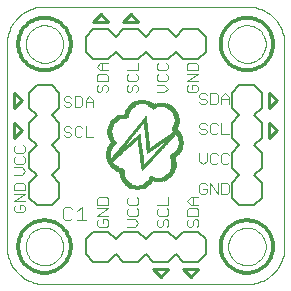
<source format=gto>
G75*
G70*
%OFA0B0*%
%FSLAX24Y24*%
%IPPOS*%
%LPD*%
%AMOC8*
5,1,8,0,0,1.08239X$1,22.5*
%
%ADD10C,0.0000*%
%ADD11C,0.0030*%
%ADD12C,0.0120*%
%ADD13R,0.0010X0.0130*%
%ADD14R,0.0010X0.0260*%
%ADD15R,0.0010X0.0330*%
%ADD16R,0.0010X0.0390*%
%ADD17R,0.0010X0.0450*%
%ADD18R,0.0010X0.0490*%
%ADD19R,0.0010X0.0530*%
%ADD20R,0.0010X0.0570*%
%ADD21R,0.0010X0.0610*%
%ADD22R,0.0010X0.0640*%
%ADD23R,0.0010X0.0670*%
%ADD24R,0.0010X0.0690*%
%ADD25R,0.0010X0.0730*%
%ADD26R,0.0010X0.0750*%
%ADD27R,0.0010X0.0770*%
%ADD28R,0.0010X0.0210*%
%ADD29R,0.0010X0.0320*%
%ADD30R,0.0010X0.0290*%
%ADD31R,0.0010X0.0370*%
%ADD32R,0.0010X0.0270*%
%ADD33R,0.0010X0.0420*%
%ADD34R,0.0010X0.0250*%
%ADD35R,0.0010X0.0460*%
%ADD36R,0.0010X0.0240*%
%ADD37R,0.0010X0.0520*%
%ADD38R,0.0010X0.0230*%
%ADD39R,0.0010X0.0550*%
%ADD40R,0.0010X0.0220*%
%ADD41R,0.0010X0.0800*%
%ADD42R,0.0010X0.0200*%
%ADD43R,0.0010X0.0190*%
%ADD44R,0.0010X0.0810*%
%ADD45R,0.0010X0.0280*%
%ADD46R,0.0010X0.0840*%
%ADD47R,0.0010X0.0360*%
%ADD48R,0.0010X0.0860*%
%ADD49R,0.0010X0.0880*%
%ADD50R,0.0010X0.0470*%
%ADD51R,0.0010X0.0350*%
%ADD52R,0.0010X0.0650*%
%ADD53R,0.0010X0.0310*%
%ADD54R,0.0010X0.0660*%
%ADD55R,0.0010X0.0410*%
%ADD56R,0.0010X0.0680*%
%ADD57R,0.0010X0.0700*%
%ADD58R,0.0010X0.0180*%
%ADD59R,0.0010X0.0170*%
%ADD60R,0.0010X0.0140*%
%ADD61R,0.0010X0.0110*%
%ADD62R,0.0010X0.0720*%
%ADD63R,0.0010X0.0090*%
%ADD64R,0.0010X0.0040*%
%ADD65R,0.0010X0.0160*%
%ADD66R,0.0010X0.0100*%
%ADD67R,0.0010X0.0050*%
%ADD68R,0.0010X0.0150*%
%ADD69R,0.0010X0.0120*%
%ADD70R,0.0010X0.0380*%
%ADD71R,0.0010X0.0590*%
%ADD72R,0.0010X0.0890*%
%ADD73R,0.0010X0.0970*%
%ADD74R,0.0010X0.0940*%
%ADD75R,0.0010X0.0740*%
%ADD76R,0.0010X0.0620*%
%ADD77R,0.0010X0.0510*%
%ADD78R,0.0010X0.0400*%
%ADD79R,0.0010X0.0500*%
%ADD80R,0.0010X0.0580*%
%ADD81R,0.0010X0.0760*%
%ADD82R,0.0010X0.0430*%
%ADD83R,0.0010X0.0340*%
%ADD84R,0.0010X0.0080*%
%ADD85R,0.0010X0.0440*%
%ADD86R,0.0010X0.0300*%
%ADD87R,0.0010X0.0980*%
%ADD88R,0.0010X0.1000*%
%ADD89R,0.0010X0.0630*%
%ADD90R,0.0010X0.0600*%
%ADD91R,0.0010X0.0560*%
%ADD92R,0.0010X0.0480*%
%ADD93C,0.0100*%
%ADD94C,0.0080*%
%ADD95C,0.0040*%
D10*
X000680Y001930D02*
X000680Y008680D01*
X000682Y008748D01*
X000687Y008815D01*
X000696Y008882D01*
X000709Y008949D01*
X000726Y009014D01*
X000745Y009079D01*
X000769Y009143D01*
X000796Y009205D01*
X000826Y009266D01*
X000859Y009324D01*
X000895Y009381D01*
X000935Y009436D01*
X000977Y009489D01*
X001023Y009540D01*
X001070Y009587D01*
X001121Y009633D01*
X001174Y009675D01*
X001229Y009715D01*
X001286Y009751D01*
X001344Y009784D01*
X001405Y009814D01*
X001467Y009841D01*
X001531Y009865D01*
X001596Y009884D01*
X001661Y009901D01*
X001728Y009914D01*
X001795Y009923D01*
X001862Y009928D01*
X001930Y009930D01*
X008680Y009930D01*
X008748Y009928D01*
X008815Y009923D01*
X008882Y009914D01*
X008949Y009901D01*
X009014Y009884D01*
X009079Y009865D01*
X009143Y009841D01*
X009205Y009814D01*
X009266Y009784D01*
X009324Y009751D01*
X009381Y009715D01*
X009436Y009675D01*
X009489Y009633D01*
X009540Y009587D01*
X009587Y009540D01*
X009633Y009489D01*
X009675Y009436D01*
X009715Y009381D01*
X009751Y009324D01*
X009784Y009266D01*
X009814Y009205D01*
X009841Y009143D01*
X009865Y009079D01*
X009884Y009014D01*
X009901Y008949D01*
X009914Y008882D01*
X009923Y008815D01*
X009928Y008748D01*
X009930Y008680D01*
X009930Y001930D01*
X009928Y001862D01*
X009923Y001795D01*
X009914Y001728D01*
X009901Y001661D01*
X009884Y001596D01*
X009865Y001531D01*
X009841Y001467D01*
X009814Y001405D01*
X009784Y001344D01*
X009751Y001286D01*
X009715Y001229D01*
X009675Y001174D01*
X009633Y001121D01*
X009587Y001070D01*
X009540Y001023D01*
X009489Y000977D01*
X009436Y000935D01*
X009381Y000895D01*
X009324Y000859D01*
X009266Y000826D01*
X009205Y000796D01*
X009143Y000769D01*
X009079Y000745D01*
X009014Y000726D01*
X008949Y000709D01*
X008882Y000696D01*
X008815Y000687D01*
X008748Y000682D01*
X008680Y000680D01*
X001930Y000680D01*
X001862Y000682D01*
X001795Y000687D01*
X001728Y000696D01*
X001661Y000709D01*
X001596Y000726D01*
X001531Y000745D01*
X001467Y000769D01*
X001405Y000796D01*
X001344Y000826D01*
X001286Y000859D01*
X001229Y000895D01*
X001174Y000935D01*
X001121Y000977D01*
X001070Y001023D01*
X001023Y001070D01*
X000977Y001121D01*
X000935Y001174D01*
X000895Y001229D01*
X000859Y001286D01*
X000826Y001344D01*
X000796Y001405D01*
X000769Y001467D01*
X000745Y001531D01*
X000726Y001596D01*
X000709Y001661D01*
X000696Y001728D01*
X000687Y001795D01*
X000682Y001862D01*
X000680Y001930D01*
X001305Y001930D02*
X001307Y001980D01*
X001313Y002029D01*
X001323Y002078D01*
X001336Y002125D01*
X001354Y002172D01*
X001375Y002217D01*
X001399Y002260D01*
X001427Y002301D01*
X001458Y002340D01*
X001492Y002376D01*
X001529Y002410D01*
X001569Y002440D01*
X001610Y002467D01*
X001654Y002491D01*
X001699Y002511D01*
X001746Y002527D01*
X001794Y002540D01*
X001843Y002549D01*
X001893Y002554D01*
X001942Y002555D01*
X001992Y002552D01*
X002041Y002545D01*
X002090Y002534D01*
X002137Y002520D01*
X002183Y002501D01*
X002228Y002479D01*
X002271Y002454D01*
X002311Y002425D01*
X002349Y002393D01*
X002385Y002359D01*
X002418Y002321D01*
X002447Y002281D01*
X002473Y002239D01*
X002496Y002195D01*
X002515Y002149D01*
X002531Y002102D01*
X002543Y002053D01*
X002551Y002004D01*
X002555Y001955D01*
X002555Y001905D01*
X002551Y001856D01*
X002543Y001807D01*
X002531Y001758D01*
X002515Y001711D01*
X002496Y001665D01*
X002473Y001621D01*
X002447Y001579D01*
X002418Y001539D01*
X002385Y001501D01*
X002349Y001467D01*
X002311Y001435D01*
X002271Y001406D01*
X002228Y001381D01*
X002183Y001359D01*
X002137Y001340D01*
X002090Y001326D01*
X002041Y001315D01*
X001992Y001308D01*
X001942Y001305D01*
X001893Y001306D01*
X001843Y001311D01*
X001794Y001320D01*
X001746Y001333D01*
X001699Y001349D01*
X001654Y001369D01*
X001610Y001393D01*
X001569Y001420D01*
X001529Y001450D01*
X001492Y001484D01*
X001458Y001520D01*
X001427Y001559D01*
X001399Y001600D01*
X001375Y001643D01*
X001354Y001688D01*
X001336Y001735D01*
X001323Y001782D01*
X001313Y001831D01*
X001307Y001880D01*
X001305Y001930D01*
X001305Y008680D02*
X001307Y008730D01*
X001313Y008779D01*
X001323Y008828D01*
X001336Y008875D01*
X001354Y008922D01*
X001375Y008967D01*
X001399Y009010D01*
X001427Y009051D01*
X001458Y009090D01*
X001492Y009126D01*
X001529Y009160D01*
X001569Y009190D01*
X001610Y009217D01*
X001654Y009241D01*
X001699Y009261D01*
X001746Y009277D01*
X001794Y009290D01*
X001843Y009299D01*
X001893Y009304D01*
X001942Y009305D01*
X001992Y009302D01*
X002041Y009295D01*
X002090Y009284D01*
X002137Y009270D01*
X002183Y009251D01*
X002228Y009229D01*
X002271Y009204D01*
X002311Y009175D01*
X002349Y009143D01*
X002385Y009109D01*
X002418Y009071D01*
X002447Y009031D01*
X002473Y008989D01*
X002496Y008945D01*
X002515Y008899D01*
X002531Y008852D01*
X002543Y008803D01*
X002551Y008754D01*
X002555Y008705D01*
X002555Y008655D01*
X002551Y008606D01*
X002543Y008557D01*
X002531Y008508D01*
X002515Y008461D01*
X002496Y008415D01*
X002473Y008371D01*
X002447Y008329D01*
X002418Y008289D01*
X002385Y008251D01*
X002349Y008217D01*
X002311Y008185D01*
X002271Y008156D01*
X002228Y008131D01*
X002183Y008109D01*
X002137Y008090D01*
X002090Y008076D01*
X002041Y008065D01*
X001992Y008058D01*
X001942Y008055D01*
X001893Y008056D01*
X001843Y008061D01*
X001794Y008070D01*
X001746Y008083D01*
X001699Y008099D01*
X001654Y008119D01*
X001610Y008143D01*
X001569Y008170D01*
X001529Y008200D01*
X001492Y008234D01*
X001458Y008270D01*
X001427Y008309D01*
X001399Y008350D01*
X001375Y008393D01*
X001354Y008438D01*
X001336Y008485D01*
X001323Y008532D01*
X001313Y008581D01*
X001307Y008630D01*
X001305Y008680D01*
X008055Y008680D02*
X008057Y008730D01*
X008063Y008779D01*
X008073Y008828D01*
X008086Y008875D01*
X008104Y008922D01*
X008125Y008967D01*
X008149Y009010D01*
X008177Y009051D01*
X008208Y009090D01*
X008242Y009126D01*
X008279Y009160D01*
X008319Y009190D01*
X008360Y009217D01*
X008404Y009241D01*
X008449Y009261D01*
X008496Y009277D01*
X008544Y009290D01*
X008593Y009299D01*
X008643Y009304D01*
X008692Y009305D01*
X008742Y009302D01*
X008791Y009295D01*
X008840Y009284D01*
X008887Y009270D01*
X008933Y009251D01*
X008978Y009229D01*
X009021Y009204D01*
X009061Y009175D01*
X009099Y009143D01*
X009135Y009109D01*
X009168Y009071D01*
X009197Y009031D01*
X009223Y008989D01*
X009246Y008945D01*
X009265Y008899D01*
X009281Y008852D01*
X009293Y008803D01*
X009301Y008754D01*
X009305Y008705D01*
X009305Y008655D01*
X009301Y008606D01*
X009293Y008557D01*
X009281Y008508D01*
X009265Y008461D01*
X009246Y008415D01*
X009223Y008371D01*
X009197Y008329D01*
X009168Y008289D01*
X009135Y008251D01*
X009099Y008217D01*
X009061Y008185D01*
X009021Y008156D01*
X008978Y008131D01*
X008933Y008109D01*
X008887Y008090D01*
X008840Y008076D01*
X008791Y008065D01*
X008742Y008058D01*
X008692Y008055D01*
X008643Y008056D01*
X008593Y008061D01*
X008544Y008070D01*
X008496Y008083D01*
X008449Y008099D01*
X008404Y008119D01*
X008360Y008143D01*
X008319Y008170D01*
X008279Y008200D01*
X008242Y008234D01*
X008208Y008270D01*
X008177Y008309D01*
X008149Y008350D01*
X008125Y008393D01*
X008104Y008438D01*
X008086Y008485D01*
X008073Y008532D01*
X008063Y008581D01*
X008057Y008630D01*
X008055Y008680D01*
X008055Y001930D02*
X008057Y001980D01*
X008063Y002029D01*
X008073Y002078D01*
X008086Y002125D01*
X008104Y002172D01*
X008125Y002217D01*
X008149Y002260D01*
X008177Y002301D01*
X008208Y002340D01*
X008242Y002376D01*
X008279Y002410D01*
X008319Y002440D01*
X008360Y002467D01*
X008404Y002491D01*
X008449Y002511D01*
X008496Y002527D01*
X008544Y002540D01*
X008593Y002549D01*
X008643Y002554D01*
X008692Y002555D01*
X008742Y002552D01*
X008791Y002545D01*
X008840Y002534D01*
X008887Y002520D01*
X008933Y002501D01*
X008978Y002479D01*
X009021Y002454D01*
X009061Y002425D01*
X009099Y002393D01*
X009135Y002359D01*
X009168Y002321D01*
X009197Y002281D01*
X009223Y002239D01*
X009246Y002195D01*
X009265Y002149D01*
X009281Y002102D01*
X009293Y002053D01*
X009301Y002004D01*
X009305Y001955D01*
X009305Y001905D01*
X009301Y001856D01*
X009293Y001807D01*
X009281Y001758D01*
X009265Y001711D01*
X009246Y001665D01*
X009223Y001621D01*
X009197Y001579D01*
X009168Y001539D01*
X009135Y001501D01*
X009099Y001467D01*
X009061Y001435D01*
X009021Y001406D01*
X008978Y001381D01*
X008933Y001359D01*
X008887Y001340D01*
X008840Y001326D01*
X008791Y001315D01*
X008742Y001308D01*
X008692Y001305D01*
X008643Y001306D01*
X008593Y001311D01*
X008544Y001320D01*
X008496Y001333D01*
X008449Y001349D01*
X008404Y001369D01*
X008360Y001393D01*
X008319Y001420D01*
X008279Y001450D01*
X008242Y001484D01*
X008208Y001520D01*
X008177Y001559D01*
X008149Y001600D01*
X008125Y001643D01*
X008104Y001688D01*
X008086Y001735D01*
X008073Y001782D01*
X008063Y001831D01*
X008057Y001880D01*
X008055Y001930D01*
D11*
X007065Y002652D02*
X007003Y002590D01*
X007065Y002652D02*
X007065Y002775D01*
X007003Y002837D01*
X006942Y002837D01*
X006880Y002775D01*
X006880Y002652D01*
X006818Y002590D01*
X006756Y002590D01*
X006695Y002652D01*
X006695Y002775D01*
X006756Y002837D01*
X006695Y002958D02*
X006695Y003144D01*
X006756Y003205D01*
X007003Y003205D01*
X007065Y003144D01*
X007065Y002958D01*
X006695Y002958D01*
X006818Y003327D02*
X006695Y003450D01*
X006818Y003574D01*
X007065Y003574D01*
X007152Y003670D02*
X007275Y003670D01*
X007337Y003732D01*
X007337Y003855D01*
X007213Y003855D01*
X007090Y003732D02*
X007152Y003670D01*
X007090Y003732D02*
X007090Y003979D01*
X007152Y004040D01*
X007275Y004040D01*
X007337Y003979D01*
X007458Y004040D02*
X007705Y003670D01*
X007705Y004040D01*
X007827Y004040D02*
X008012Y004040D01*
X008074Y003979D01*
X008074Y003732D01*
X008012Y003670D01*
X007827Y003670D01*
X007827Y004040D01*
X007458Y004040D02*
X007458Y003670D01*
X007065Y003327D02*
X006818Y003327D01*
X006880Y003327D02*
X006880Y003574D01*
X006065Y003574D02*
X006065Y003327D01*
X005695Y003327D01*
X005756Y003205D02*
X005695Y003144D01*
X005695Y003020D01*
X005756Y002958D01*
X006003Y002958D01*
X006065Y003020D01*
X006065Y003144D01*
X006003Y003205D01*
X006003Y002837D02*
X005942Y002837D01*
X005880Y002775D01*
X005880Y002652D01*
X005818Y002590D01*
X005756Y002590D01*
X005695Y002652D01*
X005695Y002775D01*
X005756Y002837D01*
X006003Y002837D02*
X006065Y002775D01*
X006065Y002652D01*
X006003Y002590D01*
X005065Y002713D02*
X004942Y002837D01*
X004695Y002837D01*
X004756Y002958D02*
X005003Y002958D01*
X005065Y003020D01*
X005065Y003144D01*
X005003Y003205D01*
X005003Y003327D02*
X005065Y003388D01*
X005065Y003512D01*
X005003Y003574D01*
X005003Y003327D02*
X004756Y003327D01*
X004695Y003388D01*
X004695Y003512D01*
X004756Y003574D01*
X004756Y003205D02*
X004695Y003144D01*
X004695Y003020D01*
X004756Y002958D01*
X004695Y002590D02*
X004942Y002590D01*
X005065Y002713D01*
X004065Y002652D02*
X004065Y002775D01*
X004003Y002837D01*
X003880Y002837D01*
X003880Y002713D01*
X004003Y002590D02*
X003756Y002590D01*
X003695Y002652D01*
X003695Y002775D01*
X003756Y002837D01*
X003695Y002958D02*
X004065Y003205D01*
X003695Y003205D01*
X003695Y003327D02*
X003695Y003512D01*
X003756Y003574D01*
X004003Y003574D01*
X004065Y003512D01*
X004065Y003327D01*
X003695Y003327D01*
X003695Y002958D02*
X004065Y002958D01*
X004065Y002652D02*
X004003Y002590D01*
X001290Y003132D02*
X001290Y003255D01*
X001228Y003317D01*
X001105Y003317D01*
X001105Y003193D01*
X000981Y003317D02*
X000920Y003255D01*
X000920Y003132D01*
X000981Y003070D01*
X001228Y003070D01*
X001290Y003132D01*
X001290Y003438D02*
X000920Y003438D01*
X001290Y003685D01*
X000920Y003685D01*
X000920Y003807D02*
X000920Y003992D01*
X000981Y004054D01*
X001228Y004054D01*
X001290Y003992D01*
X001290Y003807D01*
X000920Y003807D01*
X000920Y004320D02*
X001167Y004320D01*
X001290Y004443D01*
X001167Y004567D01*
X000920Y004567D01*
X000981Y004688D02*
X000920Y004750D01*
X000920Y004873D01*
X000981Y004935D01*
X000981Y005057D02*
X001228Y005057D01*
X001290Y005118D01*
X001290Y005242D01*
X001228Y005304D01*
X000981Y005304D02*
X000920Y005242D01*
X000920Y005118D01*
X000981Y005057D01*
X001228Y004935D02*
X001290Y004873D01*
X001290Y004750D01*
X001228Y004688D01*
X000981Y004688D01*
X002570Y005632D02*
X002632Y005570D01*
X002755Y005570D01*
X002817Y005632D01*
X002817Y005693D01*
X002755Y005755D01*
X002632Y005755D01*
X002570Y005817D01*
X002570Y005879D01*
X002632Y005940D01*
X002755Y005940D01*
X002817Y005879D01*
X002938Y005879D02*
X002938Y005632D01*
X003000Y005570D01*
X003123Y005570D01*
X003185Y005632D01*
X003307Y005570D02*
X003554Y005570D01*
X003307Y005570D02*
X003307Y005940D01*
X003185Y005879D02*
X003123Y005940D01*
X003000Y005940D01*
X002938Y005879D01*
X002938Y006570D02*
X003123Y006570D01*
X003185Y006632D01*
X003185Y006879D01*
X003123Y006940D01*
X002938Y006940D01*
X002938Y006570D01*
X002817Y006632D02*
X002755Y006570D01*
X002632Y006570D01*
X002570Y006632D01*
X002632Y006755D02*
X002755Y006755D01*
X002817Y006693D01*
X002817Y006632D01*
X002632Y006755D02*
X002570Y006817D01*
X002570Y006879D01*
X002632Y006940D01*
X002755Y006940D01*
X002817Y006879D01*
X003307Y006817D02*
X003307Y006570D01*
X003307Y006755D02*
X003554Y006755D01*
X003554Y006817D02*
X003554Y006570D01*
X003554Y006817D02*
X003430Y006940D01*
X003307Y006817D01*
X003670Y007132D02*
X003731Y007070D01*
X003793Y007070D01*
X003855Y007132D01*
X003855Y007255D01*
X003917Y007317D01*
X003978Y007317D01*
X004040Y007255D01*
X004040Y007132D01*
X003978Y007070D01*
X003731Y007317D02*
X003670Y007255D01*
X003670Y007132D01*
X003670Y007438D02*
X003670Y007623D01*
X003731Y007685D01*
X003978Y007685D01*
X004040Y007623D01*
X004040Y007438D01*
X003670Y007438D01*
X003793Y007807D02*
X003670Y007930D01*
X003793Y008054D01*
X004040Y008054D01*
X003855Y008054D02*
X003855Y007807D01*
X003793Y007807D02*
X004040Y007807D01*
X004670Y007807D02*
X005040Y007807D01*
X005040Y008054D01*
X004978Y007685D02*
X005040Y007623D01*
X005040Y007500D01*
X004978Y007438D01*
X004731Y007438D01*
X004670Y007500D01*
X004670Y007623D01*
X004731Y007685D01*
X004731Y007317D02*
X004670Y007255D01*
X004670Y007132D01*
X004731Y007070D01*
X004793Y007070D01*
X004855Y007132D01*
X004855Y007255D01*
X004917Y007317D01*
X004978Y007317D01*
X005040Y007255D01*
X005040Y007132D01*
X004978Y007070D01*
X005670Y007070D02*
X005917Y007070D01*
X006040Y007193D01*
X005917Y007317D01*
X005670Y007317D01*
X005731Y007438D02*
X005670Y007500D01*
X005670Y007623D01*
X005731Y007685D01*
X005731Y007807D02*
X005978Y007807D01*
X006040Y007868D01*
X006040Y007992D01*
X005978Y008054D01*
X005731Y008054D02*
X005670Y007992D01*
X005670Y007868D01*
X005731Y007807D01*
X005978Y007685D02*
X006040Y007623D01*
X006040Y007500D01*
X005978Y007438D01*
X005731Y007438D01*
X006670Y007438D02*
X007040Y007685D01*
X006670Y007685D01*
X006670Y007807D02*
X006670Y007992D01*
X006731Y008054D01*
X006978Y008054D01*
X007040Y007992D01*
X007040Y007807D01*
X006670Y007807D01*
X006670Y007438D02*
X007040Y007438D01*
X006978Y007317D02*
X006855Y007317D01*
X006855Y007193D01*
X006978Y007070D02*
X006731Y007070D01*
X006670Y007132D01*
X006670Y007255D01*
X006731Y007317D01*
X006978Y007317D02*
X007040Y007255D01*
X007040Y007132D01*
X006978Y007070D01*
X007090Y006979D02*
X007090Y006917D01*
X007152Y006855D01*
X007275Y006855D01*
X007337Y006793D01*
X007337Y006732D01*
X007275Y006670D01*
X007152Y006670D01*
X007090Y006732D01*
X007090Y006979D02*
X007152Y007040D01*
X007275Y007040D01*
X007337Y006979D01*
X007458Y007040D02*
X007644Y007040D01*
X007705Y006979D01*
X007705Y006732D01*
X007644Y006670D01*
X007458Y006670D01*
X007458Y007040D01*
X007827Y006917D02*
X007950Y007040D01*
X008074Y006917D01*
X008074Y006670D01*
X008074Y006855D02*
X007827Y006855D01*
X007827Y006917D02*
X007827Y006670D01*
X007827Y006040D02*
X007827Y005670D01*
X008074Y005670D01*
X007705Y005732D02*
X007644Y005670D01*
X007520Y005670D01*
X007458Y005732D01*
X007458Y005979D01*
X007520Y006040D01*
X007644Y006040D01*
X007705Y005979D01*
X007337Y005979D02*
X007275Y006040D01*
X007152Y006040D01*
X007090Y005979D01*
X007090Y005917D01*
X007152Y005855D01*
X007275Y005855D01*
X007337Y005793D01*
X007337Y005732D01*
X007275Y005670D01*
X007152Y005670D01*
X007090Y005732D01*
X007090Y005040D02*
X007090Y004793D01*
X007213Y004670D01*
X007337Y004793D01*
X007337Y005040D01*
X007458Y004979D02*
X007458Y004732D01*
X007520Y004670D01*
X007644Y004670D01*
X007705Y004732D01*
X007827Y004732D02*
X007888Y004670D01*
X008012Y004670D01*
X008074Y004732D01*
X008074Y004979D02*
X008012Y005040D01*
X007888Y005040D01*
X007827Y004979D01*
X007827Y004732D01*
X007705Y004979D02*
X007644Y005040D01*
X007520Y005040D01*
X007458Y004979D01*
D12*
X008680Y002805D02*
X008622Y002803D01*
X008563Y002797D01*
X008506Y002787D01*
X008449Y002774D01*
X008393Y002757D01*
X008338Y002736D01*
X008285Y002711D01*
X008234Y002683D01*
X008185Y002651D01*
X008138Y002617D01*
X008093Y002579D01*
X008051Y002538D01*
X008012Y002495D01*
X007976Y002449D01*
X007942Y002401D01*
X007913Y002351D01*
X007886Y002298D01*
X007863Y002244D01*
X007844Y002189D01*
X007829Y002133D01*
X007817Y002076D01*
X007809Y002018D01*
X007805Y001959D01*
X007805Y001901D01*
X007809Y001842D01*
X007817Y001784D01*
X007829Y001727D01*
X007844Y001671D01*
X007863Y001616D01*
X007886Y001562D01*
X007913Y001509D01*
X007942Y001459D01*
X007976Y001411D01*
X008012Y001365D01*
X008051Y001322D01*
X008093Y001281D01*
X008138Y001243D01*
X008185Y001209D01*
X008234Y001177D01*
X008285Y001149D01*
X008338Y001124D01*
X008393Y001103D01*
X008449Y001086D01*
X008506Y001073D01*
X008563Y001063D01*
X008622Y001057D01*
X008680Y001055D01*
X008738Y001057D01*
X008797Y001063D01*
X008854Y001073D01*
X008911Y001086D01*
X008967Y001103D01*
X009022Y001124D01*
X009075Y001149D01*
X009126Y001177D01*
X009175Y001209D01*
X009222Y001243D01*
X009267Y001281D01*
X009309Y001322D01*
X009348Y001365D01*
X009384Y001411D01*
X009418Y001459D01*
X009447Y001509D01*
X009474Y001562D01*
X009497Y001616D01*
X009516Y001671D01*
X009531Y001727D01*
X009543Y001784D01*
X009551Y001842D01*
X009555Y001901D01*
X009555Y001959D01*
X009551Y002018D01*
X009543Y002076D01*
X009531Y002133D01*
X009516Y002189D01*
X009497Y002244D01*
X009474Y002298D01*
X009447Y002351D01*
X009418Y002401D01*
X009384Y002449D01*
X009348Y002495D01*
X009309Y002538D01*
X009267Y002579D01*
X009222Y002617D01*
X009175Y002651D01*
X009126Y002683D01*
X009075Y002711D01*
X009022Y002736D01*
X008967Y002757D01*
X008911Y002774D01*
X008854Y002787D01*
X008797Y002797D01*
X008738Y002803D01*
X008680Y002805D01*
X008680Y007805D02*
X008622Y007807D01*
X008563Y007813D01*
X008506Y007823D01*
X008449Y007836D01*
X008393Y007853D01*
X008338Y007874D01*
X008285Y007899D01*
X008234Y007927D01*
X008185Y007959D01*
X008138Y007993D01*
X008093Y008031D01*
X008051Y008072D01*
X008012Y008115D01*
X007976Y008161D01*
X007942Y008209D01*
X007913Y008259D01*
X007886Y008312D01*
X007863Y008366D01*
X007844Y008421D01*
X007829Y008477D01*
X007817Y008534D01*
X007809Y008592D01*
X007805Y008651D01*
X007805Y008709D01*
X007809Y008768D01*
X007817Y008826D01*
X007829Y008883D01*
X007844Y008939D01*
X007863Y008994D01*
X007886Y009048D01*
X007913Y009101D01*
X007942Y009151D01*
X007976Y009199D01*
X008012Y009245D01*
X008051Y009288D01*
X008093Y009329D01*
X008138Y009367D01*
X008185Y009401D01*
X008234Y009433D01*
X008285Y009461D01*
X008338Y009486D01*
X008393Y009507D01*
X008449Y009524D01*
X008506Y009537D01*
X008563Y009547D01*
X008622Y009553D01*
X008680Y009555D01*
X008738Y009553D01*
X008797Y009547D01*
X008854Y009537D01*
X008911Y009524D01*
X008967Y009507D01*
X009022Y009486D01*
X009075Y009461D01*
X009126Y009433D01*
X009175Y009401D01*
X009222Y009367D01*
X009267Y009329D01*
X009309Y009288D01*
X009348Y009245D01*
X009384Y009199D01*
X009418Y009151D01*
X009447Y009101D01*
X009474Y009048D01*
X009497Y008994D01*
X009516Y008939D01*
X009531Y008883D01*
X009543Y008826D01*
X009551Y008768D01*
X009555Y008709D01*
X009555Y008651D01*
X009551Y008592D01*
X009543Y008534D01*
X009531Y008477D01*
X009516Y008421D01*
X009497Y008366D01*
X009474Y008312D01*
X009447Y008259D01*
X009418Y008209D01*
X009384Y008161D01*
X009348Y008115D01*
X009309Y008072D01*
X009267Y008031D01*
X009222Y007993D01*
X009175Y007959D01*
X009126Y007927D01*
X009075Y007899D01*
X009022Y007874D01*
X008967Y007853D01*
X008911Y007836D01*
X008854Y007823D01*
X008797Y007813D01*
X008738Y007807D01*
X008680Y007805D01*
X001930Y007805D02*
X001872Y007807D01*
X001813Y007813D01*
X001756Y007823D01*
X001699Y007836D01*
X001643Y007853D01*
X001588Y007874D01*
X001535Y007899D01*
X001484Y007927D01*
X001435Y007959D01*
X001388Y007993D01*
X001343Y008031D01*
X001301Y008072D01*
X001262Y008115D01*
X001226Y008161D01*
X001192Y008209D01*
X001163Y008259D01*
X001136Y008312D01*
X001113Y008366D01*
X001094Y008421D01*
X001079Y008477D01*
X001067Y008534D01*
X001059Y008592D01*
X001055Y008651D01*
X001055Y008709D01*
X001059Y008768D01*
X001067Y008826D01*
X001079Y008883D01*
X001094Y008939D01*
X001113Y008994D01*
X001136Y009048D01*
X001163Y009101D01*
X001192Y009151D01*
X001226Y009199D01*
X001262Y009245D01*
X001301Y009288D01*
X001343Y009329D01*
X001388Y009367D01*
X001435Y009401D01*
X001484Y009433D01*
X001535Y009461D01*
X001588Y009486D01*
X001643Y009507D01*
X001699Y009524D01*
X001756Y009537D01*
X001813Y009547D01*
X001872Y009553D01*
X001930Y009555D01*
X001988Y009553D01*
X002047Y009547D01*
X002104Y009537D01*
X002161Y009524D01*
X002217Y009507D01*
X002272Y009486D01*
X002325Y009461D01*
X002376Y009433D01*
X002425Y009401D01*
X002472Y009367D01*
X002517Y009329D01*
X002559Y009288D01*
X002598Y009245D01*
X002634Y009199D01*
X002668Y009151D01*
X002697Y009101D01*
X002724Y009048D01*
X002747Y008994D01*
X002766Y008939D01*
X002781Y008883D01*
X002793Y008826D01*
X002801Y008768D01*
X002805Y008709D01*
X002805Y008651D01*
X002801Y008592D01*
X002793Y008534D01*
X002781Y008477D01*
X002766Y008421D01*
X002747Y008366D01*
X002724Y008312D01*
X002697Y008259D01*
X002668Y008209D01*
X002634Y008161D01*
X002598Y008115D01*
X002559Y008072D01*
X002517Y008031D01*
X002472Y007993D01*
X002425Y007959D01*
X002376Y007927D01*
X002325Y007899D01*
X002272Y007874D01*
X002217Y007853D01*
X002161Y007836D01*
X002104Y007823D01*
X002047Y007813D01*
X001988Y007807D01*
X001930Y007805D01*
X001930Y002805D02*
X001872Y002803D01*
X001813Y002797D01*
X001756Y002787D01*
X001699Y002774D01*
X001643Y002757D01*
X001588Y002736D01*
X001535Y002711D01*
X001484Y002683D01*
X001435Y002651D01*
X001388Y002617D01*
X001343Y002579D01*
X001301Y002538D01*
X001262Y002495D01*
X001226Y002449D01*
X001192Y002401D01*
X001163Y002351D01*
X001136Y002298D01*
X001113Y002244D01*
X001094Y002189D01*
X001079Y002133D01*
X001067Y002076D01*
X001059Y002018D01*
X001055Y001959D01*
X001055Y001901D01*
X001059Y001842D01*
X001067Y001784D01*
X001079Y001727D01*
X001094Y001671D01*
X001113Y001616D01*
X001136Y001562D01*
X001163Y001509D01*
X001192Y001459D01*
X001226Y001411D01*
X001262Y001365D01*
X001301Y001322D01*
X001343Y001281D01*
X001388Y001243D01*
X001435Y001209D01*
X001484Y001177D01*
X001535Y001149D01*
X001588Y001124D01*
X001643Y001103D01*
X001699Y001086D01*
X001756Y001073D01*
X001813Y001063D01*
X001872Y001057D01*
X001930Y001055D01*
X001988Y001057D01*
X002047Y001063D01*
X002104Y001073D01*
X002161Y001086D01*
X002217Y001103D01*
X002272Y001124D01*
X002325Y001149D01*
X002376Y001177D01*
X002425Y001209D01*
X002472Y001243D01*
X002517Y001281D01*
X002559Y001322D01*
X002598Y001365D01*
X002634Y001411D01*
X002668Y001459D01*
X002697Y001509D01*
X002724Y001562D01*
X002747Y001616D01*
X002766Y001671D01*
X002781Y001727D01*
X002793Y001784D01*
X002801Y001842D01*
X002805Y001901D01*
X002805Y001959D01*
X002801Y002018D01*
X002793Y002076D01*
X002781Y002133D01*
X002766Y002189D01*
X002747Y002244D01*
X002724Y002298D01*
X002697Y002351D01*
X002668Y002401D01*
X002634Y002449D01*
X002598Y002495D01*
X002559Y002538D01*
X002517Y002579D01*
X002472Y002617D01*
X002425Y002651D01*
X002376Y002683D01*
X002325Y002711D01*
X002272Y002736D01*
X002217Y002757D01*
X002161Y002774D01*
X002104Y002787D01*
X002047Y002797D01*
X001988Y002803D01*
X001930Y002805D01*
D13*
X004625Y005175D03*
X004655Y005195D03*
X004665Y005205D03*
X004675Y005215D03*
X004685Y005225D03*
X004695Y005235D03*
X004705Y005245D03*
X004745Y005275D03*
X004755Y005285D03*
X004765Y005295D03*
X004775Y005305D03*
X004785Y005315D03*
X004795Y005325D03*
X004825Y005345D03*
X004835Y005355D03*
X004845Y005365D03*
X004855Y005375D03*
X004865Y005385D03*
X004875Y005395D03*
X004915Y005425D03*
X004925Y005435D03*
X004935Y005445D03*
X004945Y005455D03*
X004955Y005465D03*
X004995Y005495D03*
X005005Y005505D03*
X005015Y005515D03*
X005025Y005525D03*
X005035Y005535D03*
X005045Y005545D03*
X005485Y005155D03*
X005585Y005225D03*
X005615Y005245D03*
X005745Y005335D03*
X005775Y005355D03*
X005875Y005425D03*
X005905Y005445D03*
X006155Y004915D03*
X006575Y005395D03*
D14*
X006565Y005400D03*
X006395Y005700D03*
X006045Y005470D03*
X006265Y006420D03*
X004785Y006510D03*
X004235Y006050D03*
X004525Y005150D03*
X004515Y005140D03*
X004505Y005130D03*
X004495Y005120D03*
X004485Y005110D03*
X004025Y004990D03*
X006165Y004380D03*
D15*
X006425Y005165D03*
X006555Y005395D03*
X004765Y006455D03*
X004695Y006365D03*
X004205Y005975D03*
X004035Y004985D03*
D16*
X004045Y004985D03*
X004225Y004725D03*
X004515Y004355D03*
X004225Y005415D03*
X006265Y005775D03*
X006545Y005395D03*
D17*
X006535Y005395D03*
X004605Y004255D03*
X004555Y004315D03*
X004055Y004985D03*
D18*
X005105Y005415D03*
X005425Y005295D03*
X006525Y005395D03*
D19*
X006515Y005395D03*
X004075Y004985D03*
D20*
X004085Y004985D03*
X005115Y005385D03*
X006505Y005395D03*
D21*
X006495Y005395D03*
X004095Y004985D03*
D22*
X004105Y004990D03*
X006295Y004760D03*
X006485Y005400D03*
D23*
X006475Y005395D03*
X006265Y004715D03*
X005215Y004775D03*
X004115Y004985D03*
D24*
X006465Y005395D03*
D25*
X006455Y005395D03*
X006195Y004645D03*
X005135Y005315D03*
X004135Y004985D03*
D26*
X004145Y004985D03*
X005165Y005095D03*
X005145Y005245D03*
X005205Y004805D03*
X006445Y005395D03*
D27*
X006435Y005395D03*
X004155Y004985D03*
D28*
X004355Y004975D03*
X004365Y004985D03*
X004375Y004995D03*
X004275Y005395D03*
X004285Y006115D03*
X004295Y006125D03*
X004305Y006135D03*
X004245Y004615D03*
X004255Y004605D03*
X004685Y004055D03*
X004695Y004045D03*
X004705Y004035D03*
X005525Y004165D03*
X006435Y006125D03*
X006215Y006495D03*
X006205Y006505D03*
X006195Y006515D03*
D29*
X006425Y005630D03*
X005255Y004640D03*
X004615Y004170D03*
X004195Y004720D03*
X004165Y004750D03*
X004165Y005230D03*
X004075Y005750D03*
X005085Y005480D03*
D30*
X004615Y005245D03*
X004605Y005235D03*
X004595Y005225D03*
X004585Y005215D03*
X004575Y005205D03*
X004175Y004725D03*
X004475Y004415D03*
X004625Y004145D03*
X006415Y005135D03*
X006415Y005655D03*
X006425Y006125D03*
X005285Y006075D03*
X004675Y006345D03*
D31*
X004735Y006405D03*
X004745Y006415D03*
X004755Y006425D03*
X006255Y005755D03*
X006415Y006135D03*
X004505Y004365D03*
D32*
X004635Y004125D03*
X004535Y005165D03*
X004545Y005175D03*
X004665Y006335D03*
X006015Y005445D03*
X006025Y005455D03*
X006035Y005465D03*
X006405Y005685D03*
X006405Y005115D03*
D33*
X006305Y004670D03*
X006285Y005820D03*
X006405Y006130D03*
X004535Y004340D03*
D34*
X004645Y004105D03*
X005465Y004115D03*
X005475Y004125D03*
X006155Y004365D03*
X006395Y005095D03*
X006055Y005485D03*
X006065Y005495D03*
X006385Y005715D03*
X005075Y005515D03*
X004475Y005095D03*
X004465Y005085D03*
X004245Y006065D03*
X004655Y006325D03*
X004795Y006525D03*
D35*
X006395Y006130D03*
D36*
X006255Y006440D03*
X006095Y005520D03*
X006085Y005510D03*
X006075Y005500D03*
X006385Y005080D03*
X006185Y004880D03*
X005505Y004150D03*
X005495Y004140D03*
X005485Y004130D03*
X005455Y004100D03*
X005265Y004610D03*
X004655Y004090D03*
X004445Y005070D03*
X004455Y005080D03*
X004265Y005400D03*
X004805Y006540D03*
D37*
X004115Y005750D03*
X006385Y006130D03*
D38*
X006245Y006455D03*
X006375Y005725D03*
X006135Y005555D03*
X006125Y005545D03*
X006115Y005535D03*
X006105Y005525D03*
X006375Y005065D03*
X006145Y004345D03*
X006135Y004335D03*
X005515Y004155D03*
X005445Y004085D03*
X005435Y004075D03*
X004665Y004085D03*
X004465Y004445D03*
X004405Y005025D03*
X004415Y005035D03*
X004425Y005045D03*
X004435Y005055D03*
X004065Y005745D03*
X004255Y006075D03*
X004815Y006555D03*
D39*
X006375Y006135D03*
D40*
X006235Y006470D03*
X006225Y006480D03*
X006165Y005580D03*
X006155Y005570D03*
X006145Y005560D03*
X006365Y005050D03*
X006355Y005040D03*
X006125Y004320D03*
X006115Y004310D03*
X005425Y004060D03*
X004675Y004070D03*
X004235Y004630D03*
X004385Y005000D03*
X004395Y005010D03*
X004265Y006090D03*
X004275Y006100D03*
X004645Y006310D03*
X004825Y006570D03*
X004835Y006580D03*
D41*
X005395Y005430D03*
X006355Y006040D03*
X006365Y006030D03*
X006345Y006060D03*
D42*
X006195Y005610D03*
X006185Y005600D03*
X006175Y005590D03*
X006345Y005030D03*
X006335Y005020D03*
X006325Y005010D03*
X006105Y004300D03*
X006095Y004290D03*
X006085Y004280D03*
X005535Y004170D03*
X005415Y004050D03*
X005405Y004040D03*
X005395Y004030D03*
X005385Y004020D03*
X004285Y004580D03*
X004275Y004590D03*
X004265Y004600D03*
X004315Y004930D03*
X004325Y004940D03*
X004335Y004950D03*
X004345Y004960D03*
X004845Y006590D03*
X004855Y006600D03*
X004865Y006610D03*
X004875Y006620D03*
D43*
X004885Y006625D03*
X004895Y006635D03*
X004905Y006645D03*
X004635Y006295D03*
X004325Y006155D03*
X004315Y006145D03*
X004285Y005395D03*
X004305Y004915D03*
X004295Y004905D03*
X004295Y004575D03*
X004305Y004565D03*
X004715Y004025D03*
X004725Y004015D03*
X004735Y004005D03*
X005365Y004005D03*
X005375Y004015D03*
X005545Y004175D03*
X006055Y004255D03*
X006065Y004265D03*
X006075Y004275D03*
X006335Y004665D03*
X006175Y004895D03*
X006305Y004995D03*
X006315Y005005D03*
X006205Y005615D03*
X006215Y005625D03*
X006225Y005635D03*
X006185Y006525D03*
X006175Y006535D03*
X006165Y006545D03*
X006145Y006555D03*
X005565Y006605D03*
X005545Y006615D03*
X005535Y006625D03*
X005525Y006635D03*
X005275Y006115D03*
D44*
X006335Y006065D03*
D45*
X006275Y006410D03*
X006005Y005440D03*
X005445Y005210D03*
X004565Y005190D03*
X004555Y005180D03*
X004255Y005400D03*
X004225Y006030D03*
X004775Y006490D03*
X006325Y004670D03*
X006175Y004400D03*
D46*
X005335Y005860D03*
X006325Y006070D03*
D47*
X006315Y004670D03*
X004715Y006380D03*
X004725Y006390D03*
X004215Y004720D03*
D48*
X006315Y006070D03*
D49*
X006305Y006070D03*
D50*
X006295Y005855D03*
X004595Y004275D03*
X004585Y004285D03*
X004575Y004295D03*
X004565Y004305D03*
D51*
X006295Y006355D03*
X004705Y006375D03*
D52*
X006285Y004745D03*
D53*
X006185Y004425D03*
X004485Y004395D03*
X004245Y005405D03*
X004685Y006355D03*
X006285Y006385D03*
D54*
X005125Y005350D03*
X004155Y005750D03*
X006275Y004730D03*
D55*
X005245Y004675D03*
X005095Y005445D03*
X006275Y005795D03*
X004525Y004345D03*
D56*
X006255Y004700D03*
D57*
X006245Y004690D03*
X006235Y004680D03*
X006225Y004670D03*
X005405Y005390D03*
X004165Y005750D03*
X004125Y004990D03*
D58*
X004275Y004890D03*
X004285Y004900D03*
X004315Y004560D03*
X004325Y004550D03*
X004745Y004000D03*
X004755Y003990D03*
X004775Y003980D03*
X004785Y003970D03*
X005335Y003980D03*
X005345Y003990D03*
X005355Y004000D03*
X006035Y004240D03*
X006045Y004250D03*
X005455Y005160D03*
X006235Y005640D03*
X006245Y005650D03*
X006155Y006550D03*
X006135Y006560D03*
X006125Y006570D03*
X005575Y006600D03*
X005555Y006610D03*
X005515Y006640D03*
X005505Y006650D03*
X005495Y006650D03*
X005485Y006660D03*
X004945Y006670D03*
X004925Y006660D03*
X004915Y006650D03*
X004375Y006190D03*
X004365Y006180D03*
X004345Y006170D03*
X004335Y006160D03*
D59*
X004355Y006175D03*
X004385Y006195D03*
X004395Y006205D03*
X004405Y006205D03*
X004415Y006215D03*
X004935Y006665D03*
X004955Y006675D03*
X004965Y006685D03*
X004985Y006695D03*
X005425Y006695D03*
X005445Y006685D03*
X005465Y006675D03*
X005475Y006665D03*
X005585Y006595D03*
X005655Y006615D03*
X006065Y006605D03*
X006085Y006595D03*
X006105Y006585D03*
X006115Y006575D03*
X006245Y005845D03*
X006025Y004235D03*
X006015Y004225D03*
X006005Y004225D03*
X005995Y004215D03*
X005975Y004205D03*
X005955Y004195D03*
X005555Y004185D03*
X005325Y003975D03*
X005315Y003965D03*
X005305Y003965D03*
X005295Y003955D03*
X005285Y003955D03*
X004835Y003945D03*
X004815Y003955D03*
X004805Y003955D03*
X004795Y003965D03*
X004765Y003985D03*
X004405Y004505D03*
X004385Y004515D03*
X004365Y004525D03*
X004355Y004535D03*
X004345Y004535D03*
X004335Y004545D03*
X004235Y004845D03*
X004245Y004855D03*
X004255Y004865D03*
X004265Y004875D03*
X004295Y005395D03*
D60*
X004305Y005390D03*
X004635Y005180D03*
X004645Y005190D03*
X004715Y005250D03*
X004725Y005260D03*
X004735Y005270D03*
X004805Y005330D03*
X004815Y005340D03*
X004885Y005400D03*
X004895Y005410D03*
X004905Y005420D03*
X004965Y005470D03*
X004975Y005480D03*
X004985Y005490D03*
X005055Y005550D03*
X005625Y004960D03*
X005615Y004950D03*
X005515Y004840D03*
X005505Y004830D03*
X005415Y004730D03*
X005405Y004720D03*
X005395Y004710D03*
X005295Y004600D03*
X005285Y004590D03*
X005705Y004150D03*
X005715Y004150D03*
X005725Y004150D03*
X005735Y004150D03*
X005775Y004150D03*
X005785Y004150D03*
X004985Y003900D03*
X005725Y005070D03*
X005735Y005080D03*
X005835Y005190D03*
X005845Y005200D03*
X005945Y005310D03*
X005955Y005320D03*
X006235Y005840D03*
X005915Y006650D03*
X005905Y006650D03*
X005785Y006650D03*
X005285Y006740D03*
D61*
X006225Y005835D03*
D62*
X006215Y004660D03*
X006205Y004650D03*
D63*
X006215Y005835D03*
D64*
X006205Y005830D03*
D65*
X006095Y006590D03*
X006075Y006600D03*
X006055Y006610D03*
X006045Y006610D03*
X006035Y006620D03*
X006025Y006620D03*
X006005Y006630D03*
X005995Y006630D03*
X005965Y006640D03*
X005735Y006640D03*
X005695Y006630D03*
X005675Y006620D03*
X005665Y006620D03*
X005645Y006610D03*
X005635Y006610D03*
X005625Y006600D03*
X005615Y006600D03*
X005605Y006590D03*
X005595Y006590D03*
X005455Y006680D03*
X005435Y006690D03*
X005415Y006700D03*
X005405Y006700D03*
X005395Y006710D03*
X005385Y006710D03*
X005375Y006720D03*
X005365Y006720D03*
X005335Y006730D03*
X005055Y006720D03*
X005045Y006720D03*
X005025Y006710D03*
X005015Y006710D03*
X005005Y006700D03*
X004995Y006700D03*
X004975Y006690D03*
X004505Y006250D03*
X004485Y006240D03*
X004475Y006240D03*
X004455Y006230D03*
X004445Y006230D03*
X004435Y006220D03*
X004425Y006220D03*
X004965Y005750D03*
X004975Y005760D03*
X004985Y005770D03*
X004995Y005780D03*
X005005Y005800D03*
X005015Y005810D03*
X005025Y005820D03*
X005035Y005830D03*
X005055Y005860D03*
X005065Y005870D03*
X005075Y005880D03*
X005085Y005890D03*
X005095Y005910D03*
X005105Y005920D03*
X005115Y005930D03*
X005125Y005940D03*
X005145Y005970D03*
X005155Y005980D03*
X005165Y005990D03*
X005185Y006020D03*
X005195Y006030D03*
X005205Y006040D03*
X005215Y006050D03*
X005225Y006070D03*
X005235Y006080D03*
X005245Y006090D03*
X005255Y006100D03*
X004955Y005730D03*
X004945Y005720D03*
X004935Y005710D03*
X004925Y005700D03*
X004905Y005670D03*
X004895Y005660D03*
X004885Y005650D03*
X004875Y005640D03*
X004865Y005620D03*
X004855Y005610D03*
X004845Y005600D03*
X004835Y005590D03*
X004825Y005570D03*
X004815Y005560D03*
X004805Y005550D03*
X004795Y005540D03*
X004775Y005510D03*
X004765Y005500D03*
X004755Y005490D03*
X004745Y005480D03*
X004735Y005460D03*
X004725Y005450D03*
X004715Y005440D03*
X004705Y005430D03*
X004695Y005410D03*
X004685Y005400D03*
X004675Y005390D03*
X004665Y005380D03*
X004655Y005360D03*
X004645Y005350D03*
X004635Y005340D03*
X004625Y005330D03*
X005065Y005550D03*
X005275Y004580D03*
X005565Y004180D03*
X005575Y004180D03*
X005595Y004170D03*
X005605Y004170D03*
X005845Y004160D03*
X005885Y004170D03*
X005915Y004180D03*
X005925Y004180D03*
X005935Y004190D03*
X005945Y004190D03*
X005965Y004200D03*
X005985Y004210D03*
X006165Y004910D03*
X005275Y003950D03*
X005265Y003940D03*
X005255Y003940D03*
X005245Y003930D03*
X005235Y003930D03*
X005215Y003920D03*
X005205Y003920D03*
X005175Y003910D03*
X004895Y003920D03*
X004885Y003920D03*
X004875Y003930D03*
X004865Y003930D03*
X004845Y003940D03*
X004825Y003950D03*
X004445Y004490D03*
X004425Y004500D03*
X004415Y004500D03*
X004395Y004510D03*
X004375Y004520D03*
D66*
X004325Y005390D03*
X006145Y004920D03*
D67*
X006135Y004925D03*
D68*
X005825Y005175D03*
X005815Y005165D03*
X005805Y005155D03*
X005795Y005145D03*
X005785Y005135D03*
X005775Y005125D03*
X005765Y005115D03*
X005755Y005105D03*
X005745Y005095D03*
X005715Y005055D03*
X005705Y005045D03*
X005695Y005035D03*
X005685Y005025D03*
X005675Y005015D03*
X005665Y005005D03*
X005655Y004995D03*
X005645Y004985D03*
X005635Y004975D03*
X005605Y004935D03*
X005595Y004925D03*
X005585Y004915D03*
X005575Y004905D03*
X005565Y004895D03*
X005555Y004885D03*
X005545Y004875D03*
X005535Y004865D03*
X005525Y004855D03*
X005495Y004815D03*
X005485Y004805D03*
X005475Y004795D03*
X005465Y004785D03*
X005455Y004775D03*
X005445Y004765D03*
X005435Y004755D03*
X005425Y004745D03*
X005385Y004695D03*
X005375Y004685D03*
X005365Y004675D03*
X005355Y004665D03*
X005345Y004655D03*
X005335Y004645D03*
X005325Y004635D03*
X005315Y004625D03*
X005305Y004615D03*
X005585Y004175D03*
X005615Y004165D03*
X005625Y004165D03*
X005635Y004165D03*
X005645Y004155D03*
X005655Y004155D03*
X005665Y004155D03*
X005675Y004155D03*
X005685Y004155D03*
X005695Y004155D03*
X005745Y004145D03*
X005755Y004145D03*
X005765Y004145D03*
X005795Y004155D03*
X005805Y004155D03*
X005815Y004155D03*
X005825Y004155D03*
X005835Y004155D03*
X005855Y004165D03*
X005865Y004165D03*
X005875Y004165D03*
X005895Y004175D03*
X005905Y004175D03*
X005225Y003925D03*
X005195Y003915D03*
X005185Y003915D03*
X005165Y003905D03*
X005155Y003905D03*
X005145Y003905D03*
X005135Y003905D03*
X005125Y003905D03*
X005115Y003895D03*
X005105Y003895D03*
X005095Y003895D03*
X005085Y003895D03*
X005075Y003895D03*
X005065Y003895D03*
X005055Y003895D03*
X005045Y003895D03*
X005035Y003895D03*
X005025Y003895D03*
X005015Y003895D03*
X005005Y003895D03*
X004995Y003895D03*
X004975Y003905D03*
X004965Y003905D03*
X004955Y003905D03*
X004945Y003905D03*
X004935Y003905D03*
X004925Y003915D03*
X004915Y003915D03*
X004905Y003915D03*
X004855Y003935D03*
X004455Y004485D03*
X004435Y004495D03*
X004015Y004985D03*
X004785Y005525D03*
X004915Y005685D03*
X005045Y005845D03*
X005135Y005955D03*
X005175Y006005D03*
X005265Y006115D03*
X005685Y006625D03*
X005705Y006635D03*
X005715Y006635D03*
X005725Y006635D03*
X005745Y006645D03*
X005755Y006645D03*
X005765Y006645D03*
X005775Y006645D03*
X005795Y006655D03*
X005805Y006655D03*
X005815Y006655D03*
X005825Y006655D03*
X005835Y006655D03*
X005845Y006655D03*
X005855Y006655D03*
X005865Y006655D03*
X005875Y006655D03*
X005885Y006655D03*
X005895Y006655D03*
X005925Y006645D03*
X005935Y006645D03*
X005945Y006645D03*
X005955Y006645D03*
X005975Y006635D03*
X005985Y006635D03*
X006015Y006625D03*
X005355Y006725D03*
X005345Y006725D03*
X005325Y006735D03*
X005315Y006735D03*
X005305Y006735D03*
X005295Y006735D03*
X005275Y006745D03*
X005265Y006745D03*
X005255Y006745D03*
X005245Y006745D03*
X005235Y006745D03*
X005225Y006745D03*
X005215Y006745D03*
X005205Y006745D03*
X005195Y006745D03*
X005185Y006745D03*
X005175Y006745D03*
X005165Y006745D03*
X005155Y006745D03*
X005145Y006745D03*
X005135Y006745D03*
X005125Y006735D03*
X005115Y006735D03*
X005105Y006735D03*
X005095Y006735D03*
X005085Y006725D03*
X005075Y006725D03*
X005065Y006725D03*
X005035Y006715D03*
X004625Y006275D03*
X004615Y006265D03*
X004605Y006265D03*
X004595Y006265D03*
X004585Y006265D03*
X004575Y006265D03*
X004565Y006265D03*
X004555Y006265D03*
X004545Y006255D03*
X004535Y006255D03*
X004525Y006255D03*
X004515Y006255D03*
X004495Y006245D03*
X004465Y006235D03*
X005855Y005215D03*
X005865Y005225D03*
X005875Y005235D03*
X005885Y005245D03*
X005895Y005255D03*
X005905Y005265D03*
X005915Y005275D03*
X005925Y005285D03*
X005935Y005295D03*
X005965Y005335D03*
X005975Y005345D03*
X005985Y005355D03*
X005995Y005365D03*
D69*
X005945Y005470D03*
X005935Y005470D03*
X005925Y005460D03*
X005915Y005450D03*
X005895Y005440D03*
X005885Y005430D03*
X005865Y005420D03*
X005855Y005410D03*
X005845Y005400D03*
X005835Y005400D03*
X005825Y005390D03*
X005815Y005380D03*
X005805Y005380D03*
X005795Y005370D03*
X005785Y005360D03*
X005765Y005350D03*
X005755Y005340D03*
X005735Y005330D03*
X005725Y005320D03*
X005715Y005310D03*
X005705Y005310D03*
X005695Y005300D03*
X005685Y005290D03*
X005675Y005290D03*
X005665Y005280D03*
X005655Y005270D03*
X005645Y005270D03*
X005635Y005260D03*
X005625Y005250D03*
X005605Y005240D03*
X005595Y005230D03*
X005575Y005220D03*
X005565Y005210D03*
X005555Y005200D03*
X005545Y005200D03*
X005535Y005190D03*
X005525Y005180D03*
X005515Y005180D03*
X005505Y005170D03*
X005495Y005160D03*
X005475Y005150D03*
X005465Y005140D03*
X005955Y005480D03*
X005965Y005490D03*
X005975Y005490D03*
X005985Y005500D03*
X005995Y005510D03*
X004315Y005390D03*
D70*
X004085Y005750D03*
X005435Y005250D03*
D71*
X005415Y005345D03*
D72*
X005385Y005475D03*
D73*
X005375Y005545D03*
X005365Y005635D03*
X005355Y005725D03*
X004195Y005645D03*
D74*
X005345Y005820D03*
D75*
X005325Y005900D03*
D76*
X005315Y005950D03*
D77*
X005305Y005985D03*
X004205Y005435D03*
D78*
X005295Y006030D03*
D79*
X004065Y004990D03*
X005235Y004710D03*
D80*
X005225Y004740D03*
D81*
X005195Y004870D03*
X005185Y004950D03*
X005175Y005020D03*
X005155Y005170D03*
D82*
X004545Y004325D03*
X004095Y005745D03*
D83*
X004235Y005410D03*
X004205Y004720D03*
X004495Y004380D03*
D84*
X004335Y005390D03*
X004055Y005750D03*
D85*
X004215Y005420D03*
D86*
X004215Y006010D03*
X004185Y004720D03*
D87*
X004185Y005630D03*
D88*
X004175Y005610D03*
D89*
X004145Y005745D03*
D90*
X004135Y005750D03*
D91*
X004125Y005750D03*
D92*
X004105Y005750D03*
D93*
X001180Y005805D02*
X000930Y005555D01*
X000930Y006055D01*
X001180Y005805D01*
X000930Y006555D02*
X001180Y006805D01*
X000930Y007055D01*
X000930Y006555D01*
X003555Y009430D02*
X003805Y009680D01*
X004055Y009430D01*
X003555Y009430D01*
X004555Y009430D02*
X004805Y009680D01*
X005055Y009430D01*
X004555Y009430D01*
X009430Y007055D02*
X009430Y006555D01*
X009680Y006805D01*
X009430Y007055D01*
X009430Y006055D02*
X009680Y005805D01*
X009430Y005555D01*
X009430Y006055D01*
X007055Y001180D02*
X006555Y001180D01*
X006805Y000930D01*
X007055Y001180D01*
X006055Y001180D02*
X005805Y000930D01*
X005555Y001180D01*
X006055Y001180D01*
D94*
X006055Y001430D02*
X005555Y001430D01*
X005305Y001680D01*
X005055Y001430D01*
X004555Y001430D01*
X004305Y001680D01*
X004055Y001430D01*
X003555Y001430D01*
X003305Y001680D01*
X003305Y002180D01*
X003555Y002430D01*
X004055Y002430D01*
X004305Y002180D01*
X004555Y002430D01*
X005055Y002430D01*
X005305Y002180D01*
X005555Y002430D01*
X006055Y002430D01*
X006305Y002180D01*
X006555Y002430D01*
X007055Y002430D01*
X007305Y002180D01*
X007305Y001680D01*
X007055Y001430D01*
X006555Y001430D01*
X006305Y001680D01*
X006055Y001430D01*
X008180Y003555D02*
X008430Y003305D01*
X008930Y003305D01*
X009180Y003555D01*
X009180Y004055D01*
X008930Y004305D01*
X009180Y004555D01*
X009180Y005055D01*
X008930Y005305D01*
X009180Y005555D01*
X009180Y006055D01*
X008930Y006305D01*
X009180Y006555D01*
X009180Y007055D01*
X008930Y007305D01*
X008430Y007305D01*
X008180Y007055D01*
X008180Y006555D01*
X008430Y006305D01*
X008180Y006055D01*
X008180Y005555D01*
X008430Y005305D01*
X008180Y005055D01*
X008180Y004555D01*
X008430Y004305D01*
X008180Y004055D01*
X008180Y003555D01*
X007055Y008180D02*
X006555Y008180D01*
X006305Y008430D01*
X006055Y008180D01*
X005555Y008180D01*
X005305Y008430D01*
X005055Y008180D01*
X004555Y008180D01*
X004305Y008430D01*
X004055Y008180D01*
X003555Y008180D01*
X003305Y008430D01*
X003305Y008930D01*
X003555Y009180D01*
X004055Y009180D01*
X004305Y008930D01*
X004555Y009180D01*
X005055Y009180D01*
X005305Y008930D01*
X005555Y009180D01*
X006055Y009180D01*
X006305Y008930D01*
X006555Y009180D01*
X007055Y009180D01*
X007305Y008930D01*
X007305Y008430D01*
X007055Y008180D01*
X002430Y007055D02*
X002430Y006555D01*
X002180Y006305D01*
X002430Y006055D01*
X002430Y005555D01*
X002180Y005305D01*
X002430Y005055D01*
X002430Y004555D01*
X002180Y004305D01*
X002430Y004055D01*
X002430Y003555D01*
X002180Y003305D01*
X001680Y003305D01*
X001430Y003555D01*
X001430Y004055D01*
X001680Y004305D01*
X001430Y004555D01*
X001430Y005055D01*
X001680Y005305D01*
X001430Y005555D01*
X001430Y006055D01*
X001680Y006305D01*
X001430Y006555D01*
X001430Y007055D01*
X001680Y007305D01*
X002180Y007305D01*
X002430Y007055D01*
D95*
X002631Y003260D02*
X002554Y003184D01*
X002554Y002877D01*
X002631Y002800D01*
X002784Y002800D01*
X002861Y002877D01*
X003015Y002800D02*
X003322Y002800D01*
X003168Y002800D02*
X003168Y003260D01*
X003015Y003107D01*
X002861Y003184D02*
X002784Y003260D01*
X002631Y003260D01*
M02*

</source>
